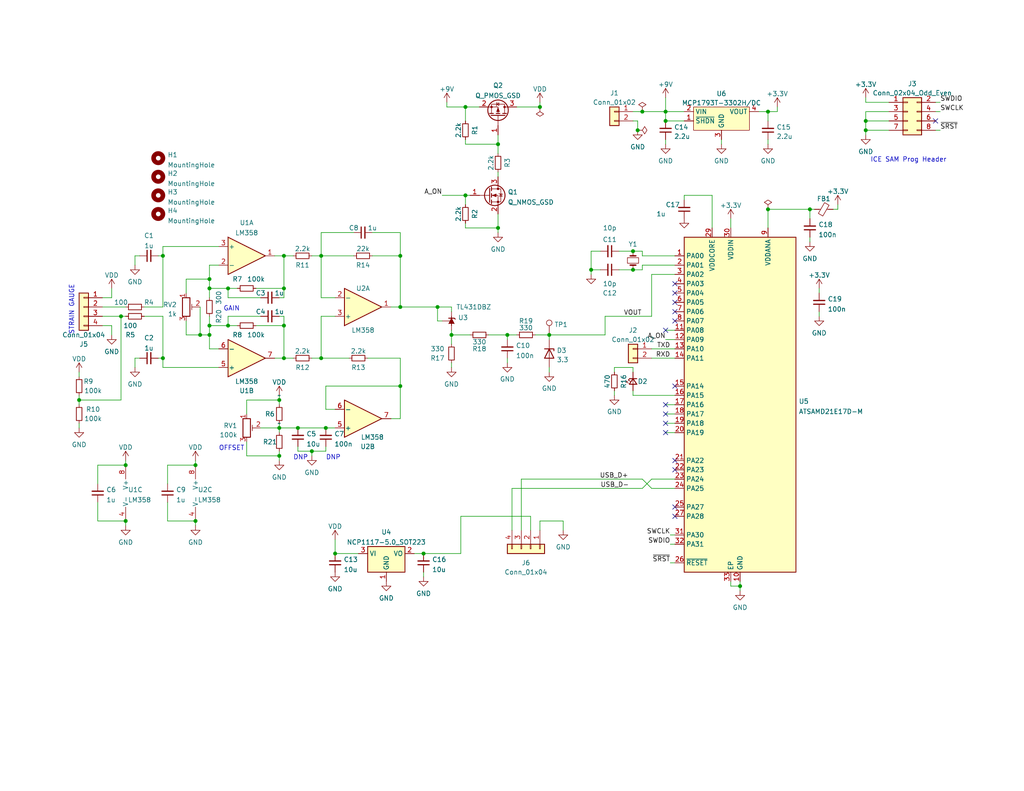
<source format=kicad_sch>
(kicad_sch (version 20230121) (generator eeschema)
  (paper "USLetter")
  (title_block (title "Depth Sensor with Battery") (date "2022-04-06") (rev "1") (company "EWB-SFP") (comment 1 "Hans Gaensbauer"))
  (lib_symbols
    (symbol "Amplifier_Operational:LM358" (pin_names (offset 0.127))
      (property "Reference" "U" (at 0 5.08 0))
      (property "Value" "LM358" (at 0 -5.08 0))
      (symbol "LM358_1_1"
        (pin output line (at 7.62 0 180) (length 2.54) (name "~") (number "1"))
        (pin input line (at -7.62 -2.54 0) (length 2.54) (name "-") (number "2"))
        (pin input line (at -7.62 2.54 0) (length 2.54) (name "+") (number "3"))
      )
      (symbol "LM358_2_1"
        (pin input line (at -7.62 2.54 0) (length 2.54) (name "+") (number "5"))
        (pin input line (at -7.62 -2.54 0) (length 2.54) (name "-") (number "6"))
        (pin output line (at 7.62 0 180) (length 2.54) (name "~") (number "7"))
      )
      (symbol "LM358_3_1"
        (pin power_in line (at -2.54 -7.62 90) (length 3.81) (name "V-") (number "4"))
        (pin power_in line (at -2.54 7.62 270) (length 3.81) (name "V+") (number "8"))
      )
    )
    (symbol "Connector:TestPoint" (pin_numbers hide) (pin_names (offset 0.762) hide)
      (property "Reference" "TP" (at 0 6.858 0))
      (property "Value" "TestPoint" (at 0 5.08 0))
      (symbol "TestPoint_1_1"
        (pin passive line (at 0 0 90) (length 2.54) (name "1") (number "1"))
      )
    )
    (symbol "Connector_Generic:Conn_01x02" (pin_names (offset 1.016) hide)
      (property "Reference" "J" (at 0 2.54 0))
      (property "Value" "Conn_01x02" (at 0 -5.08 0))
      (symbol "Conn_01x02_1_1"
        (pin passive line (at -5.08 0 0) (length 3.81) (name "Pin_1") (number "1"))
        (pin passive line (at -5.08 -2.54 0) (length 3.81) (name "Pin_2") (number "2"))
      )
    )
    (symbol "Connector_Generic:Conn_01x04" (pin_names (offset 1.016) hide)
      (property "Reference" "J" (at 0 5.08 0))
      (property "Value" "Conn_01x04" (at 0 -7.62 0))
      (symbol "Conn_01x04_1_1"
        (pin passive line (at -5.08 2.54 0) (length 3.81) (name "Pin_1") (number "1"))
        (pin passive line (at -5.08 0 0) (length 3.81) (name "Pin_2") (number "2"))
        (pin passive line (at -5.08 -2.54 0) (length 3.81) (name "Pin_3") (number "3"))
        (pin passive line (at -5.08 -5.08 0) (length 3.81) (name "Pin_4") (number "4"))
      )
    )
    (symbol "Connector_Generic:Conn_02x04_Odd_Even" (pin_names (offset 1.016) hide)
      (property "Reference" "J" (at 1.27 5.08 0))
      (property "Value" "Conn_02x04_Odd_Even" (at 1.27 -7.62 0))
      (symbol "Conn_02x04_Odd_Even_1_1"
        (pin passive line (at -5.08 2.54 0) (length 3.81) (name "Pin_1") (number "1"))
        (pin passive line (at 7.62 2.54 180) (length 3.81) (name "Pin_2") (number "2"))
        (pin passive line (at -5.08 0 0) (length 3.81) (name "Pin_3") (number "3"))
        (pin passive line (at 7.62 0 180) (length 3.81) (name "Pin_4") (number "4"))
        (pin passive line (at -5.08 -2.54 0) (length 3.81) (name "Pin_5") (number "5"))
        (pin passive line (at 7.62 -2.54 180) (length 3.81) (name "Pin_6") (number "6"))
        (pin passive line (at -5.08 -5.08 0) (length 3.81) (name "Pin_7") (number "7"))
        (pin passive line (at 7.62 -5.08 180) (length 3.81) (name "Pin_8") (number "8"))
      )
    )
    (symbol "Device:C_Small" (pin_numbers hide) (pin_names (offset 0.254) hide)
      (property "Reference" "C" (at 0.254 1.778 0))
      (property "Value" "C_Small" (at 0.254 -2.032 0))
      (symbol "C_Small_1_1"
        (pin passive line (at 0 2.54 270) (length 2.032) (name "~") (number "1"))
        (pin passive line (at 0 -2.54 90) (length 2.032) (name "~") (number "2"))
      )
    )
    (symbol "Device:Crystal_Small" (pin_numbers hide) (pin_names (offset 1.016) hide)
      (property "Reference" "Y" (at 0 2.54 0))
      (property "Value" "Crystal_Small" (at 0 -2.54 0))
      (symbol "Crystal_Small_1_1"
        (pin passive line (at -2.54 0 0) (length 1.27) (name "1") (number "1"))
        (pin passive line (at 2.54 0 180) (length 1.27) (name "2") (number "2"))
      )
    )
    (symbol "Device:D_Zener" (pin_numbers hide) (pin_names (offset 1.016) hide)
      (property "Reference" "D" (at 0 2.54 0))
      (property "Value" "D_Zener" (at 0 -2.54 0))
      (symbol "D_Zener_1_1"
        (pin passive line (at -3.81 0 0) (length 2.54) (name "K") (number "1"))
        (pin passive line (at 3.81 0 180) (length 2.54) (name "A") (number "2"))
      )
    )
    (symbol "Device:FerriteBead_Small" (pin_numbers hide) (pin_names (offset 0))
      (property "Reference" "FB" (at 1.905 1.27 0))
      (property "Value" "FerriteBead_Small" (at 1.905 -1.27 0))
      (symbol "FerriteBead_Small_1_1"
        (pin passive line (at 0 2.54 270) (length 1.27) (name "~") (number "1"))
        (pin passive line (at 0 -2.54 90) (length 1.27) (name "~") (number "2"))
      )
    )
    (symbol "Device:LED_Small" (pin_numbers hide) (pin_names (offset 0.254) hide)
      (property "Reference" "D" (at -1.27 3.175 0))
      (property "Value" "LED_Small" (at -4.445 -2.54 0))
      (symbol "LED_Small_1_1"
        (pin passive line (at -2.54 0 0) (length 1.778) (name "K") (number "1"))
        (pin passive line (at 2.54 0 180) (length 1.778) (name "A") (number "2"))
      )
    )
    (symbol "Device:Q_NMOS_GSD" (pin_names (offset 0) hide)
      (property "Reference" "Q" (at 5.08 1.27 0))
      (property "Value" "Q_NMOS_GSD" (at 5.08 -1.27 0))
      (symbol "Q_NMOS_GSD_1_1"
        (pin input line (at -5.08 0 0) (length 2.54) (name "G") (number "1"))
        (pin passive line (at 2.54 -5.08 90) (length 2.54) (name "S") (number "2"))
        (pin passive line (at 2.54 5.08 270) (length 2.54) (name "D") (number "3"))
      )
    )
    (symbol "Device:Q_PMOS_GSD" (pin_names (offset 0) hide)
      (property "Reference" "Q" (at 5.08 1.27 0))
      (property "Value" "Q_PMOS_GSD" (at 5.08 -1.27 0))
      (symbol "Q_PMOS_GSD_1_1"
        (pin input line (at -5.08 0 0) (length 2.54) (name "G") (number "1"))
        (pin passive line (at 2.54 -5.08 90) (length 2.54) (name "S") (number "2"))
        (pin passive line (at 2.54 5.08 270) (length 2.54) (name "D") (number "3"))
      )
    )
    (symbol "Device:R_Potentiometer_Trim" (pin_names (offset 1.016) hide)
      (property "Reference" "RV" (at -4.445 0 90))
      (property "Value" "R_Potentiometer_Trim" (at -2.54 0 90))
      (symbol "R_Potentiometer_Trim_1_1"
        (pin passive line (at 0 3.81 270) (length 1.27) (name "1") (number "1"))
        (pin passive line (at 3.81 0 180) (length 1.27) (name "2") (number "2"))
        (pin passive line (at 0 -3.81 90) (length 1.27) (name "3") (number "3"))
      )
    )
    (symbol "Device:R_Small" (pin_numbers hide) (pin_names (offset 0.254) hide)
      (property "Reference" "R" (at 0.762 0.508 0))
      (property "Value" "R_Small" (at 0.762 -1.016 0))
      (symbol "R_Small_1_1"
        (pin passive line (at 0 2.54 270) (length 0.762) (name "~") (number "1"))
        (pin passive line (at 0 -2.54 90) (length 0.762) (name "~") (number "2"))
      )
    )
    (symbol "MCU_Microchip_SAMD:ATSAMD21E17D-M"
      (property "Reference" "U" (at -13.97 46.99 0))
      (property "Value" "ATSAMD21E17D-M" (at 16.51 46.99 0))
      (symbol "ATSAMD21E17D-M_1_1"
        (pin bidirectional line (at -17.78 40.64 0) (length 2.54) (name "PA00") (number "1"))
        (pin power_in line (at 0 -48.26 90) (length 2.54) (name "GND") (number "10"))
        (pin bidirectional line (at -17.78 20.32 0) (length 2.54) (name "PA08") (number "11"))
        (pin bidirectional line (at -17.78 17.78 0) (length 2.54) (name "PA09") (number "12"))
        (pin bidirectional line (at -17.78 15.24 0) (length 2.54) (name "PA10") (number "13"))
        (pin bidirectional line (at -17.78 12.7 0) (length 2.54) (name "PA11") (number "14"))
        (pin bidirectional line (at -17.78 5.08 0) (length 2.54) (name "PA14") (number "15"))
        (pin bidirectional line (at -17.78 2.54 0) (length 2.54) (name "PA15") (number "16"))
        (pin bidirectional line (at -17.78 0 0) (length 2.54) (name "PA16") (number "17"))
        (pin bidirectional line (at -17.78 -2.54 0) (length 2.54) (name "PA17") (number "18"))
        (pin bidirectional line (at -17.78 -5.08 0) (length 2.54) (name "PA18") (number "19"))
        (pin bidirectional line (at -17.78 38.1 0) (length 2.54) (name "PA01") (number "2"))
        (pin bidirectional line (at -17.78 -7.62 0) (length 2.54) (name "PA19") (number "20"))
        (pin bidirectional line (at -17.78 -15.24 0) (length 2.54) (name "PA22") (number "21"))
        (pin bidirectional line (at -17.78 -17.78 0) (length 2.54) (name "PA23") (number "22"))
        (pin bidirectional line (at -17.78 -20.32 0) (length 2.54) (name "PA24") (number "23"))
        (pin bidirectional line (at -17.78 -22.86 0) (length 2.54) (name "PA25") (number "24"))
        (pin bidirectional line (at -17.78 -27.94 0) (length 2.54) (name "PA27") (number "25"))
        (pin input line (at -17.78 -43.18 0) (length 2.54) (name "~{RESET}") (number "26"))
        (pin bidirectional line (at -17.78 -30.48 0) (length 2.54) (name "PA28") (number "27"))
        (pin passive line (at 0 -48.26 90) (length 2.54) hide (name "GND") (number "28"))
        (pin power_out line (at -7.62 48.26 270) (length 2.54) (name "VDDCORE") (number "29"))
        (pin bidirectional line (at -17.78 35.56 0) (length 2.54) (name "PA02") (number "3"))
        (pin power_in line (at -2.54 48.26 270) (length 2.54) (name "VDDIN") (number "30"))
        (pin bidirectional line (at -17.78 -35.56 0) (length 2.54) (name "PA30") (number "31"))
        (pin bidirectional line (at -17.78 -38.1 0) (length 2.54) (name "PA31") (number "32"))
        (pin passive line (at -2.54 -48.26 90) (length 2.54) (name "EP") (number "33"))
        (pin bidirectional line (at -17.78 33.02 0) (length 2.54) (name "PA03") (number "4"))
        (pin bidirectional line (at -17.78 30.48 0) (length 2.54) (name "PA04") (number "5"))
        (pin bidirectional line (at -17.78 27.94 0) (length 2.54) (name "PA05") (number "6"))
        (pin bidirectional line (at -17.78 25.4 0) (length 2.54) (name "PA06") (number "7"))
        (pin bidirectional line (at -17.78 22.86 0) (length 2.54) (name "PA07") (number "8"))
        (pin power_in line (at 7.62 48.26 270) (length 2.54) (name "VDDANA") (number "9"))
      )
    )
    (symbol "Mechanical:MountingHole" (pin_names (offset 1.016))
      (property "Reference" "H" (at 0 5.08 0))
      (property "Value" "MountingHole" (at 0 3.175 0))
    )
    (symbol "Reference_Voltage:TL431DBZ" (pin_numbers hide) (pin_names hide)
      (property "Reference" "U" (at -2.54 2.54 0))
      (property "Value" "TL431DBZ" (at 0 -2.54 0))
      (symbol "TL431DBZ_1_1"
        (pin passive line (at 2.54 0 180) (length 2.54) (name "K") (number "1"))
        (pin passive line (at 0 2.54 270) (length 2.54) (name "REF") (number "2"))
        (pin passive line (at -2.54 0 0) (length 2.54) (name "A") (number "3"))
      )
    )
    (symbol "Regulator_Linear:NCP1117-5.0_SOT223"
      (property "Reference" "U" (at -3.81 3.175 0))
      (property "Value" "NCP1117-5.0_SOT223" (at 0 3.175 0))
      (symbol "NCP1117-5.0_SOT223_1_1"
        (pin power_in line (at 0 -7.62 90) (length 2.54) (name "GND") (number "1"))
        (pin power_out line (at 7.62 0 180) (length 2.54) (name "VO") (number "2"))
        (pin power_in line (at -7.62 0 0) (length 2.54) (name "VI") (number "3"))
      )
    )
    (symbol "power:+3.3V" (power) (pin_names (offset 0))
      (property "Value" "+3.3V" (at 0 3.556 0))
      (symbol "+3.3V_1_1"
        (pin power_in line (at 0 0 90) (length 0) hide (name "+3.3V") (number "1"))
      )
    )
    (symbol "power:+9V" (power) (pin_names (offset 0))
      (property "Value" "+9V" (at 0 3.556 0))
      (symbol "+9V_1_1"
        (pin power_in line (at 0 0 90) (length 0) hide (name "+9V") (number "1"))
      )
    )
    (symbol "power:GND" (power) (pin_names (offset 0))
      (property "Value" "GND" (at 0 -3.81 0))
      (symbol "GND_1_1"
        (pin power_in line (at 0 0 270) (length 0) hide (name "GND") (number "1"))
      )
    )
    (symbol "power:PWR_FLAG" (power) (pin_numbers hide) (pin_names (offset 0) hide)
      (property "Value" "PWR_FLAG" (at 0 3.81 0))
      (symbol "PWR_FLAG_0_0"
        (pin power_out line (at 0 0 90) (length 0) (name "pwr") (number "1"))
      )
    )
    (symbol "power:VDD" (power) (pin_names (offset 0))
      (property "Value" "VDD" (at 0 3.81 0))
      (symbol "VDD_1_1"
        (pin power_in line (at 0 0 90) (length 0) hide (name "VDD") (number "1"))
      )
    )
    (symbol "well-monitor:MCP1793T-3302H-DC"
      (property "Reference" "U6" (at 0 6.189 0))
      (property "Value" "MCP1793T-3302H-DC" (at 0 3.6521 0))
      (symbol "MCP1793T-3302H-DC_1_1"
        (pin input line (at -10.16 -1.27 0) (length 2.54) (name "~{SHDN}") (number "1"))
        (pin power_in line (at -10.16 1.27 0) (length 2.54) (name "VIN") (number "2"))
        (pin power_in line (at 0 -6.35 90) (length 2.54) (name "GND") (number "3"))
        (pin power_out line (at 10.16 1.27 180) (length 2.54) (name "VOUT") (number "4"))
        (pin no_connect line (at 2.54 -1.27 180) (length 0) hide (name "NC") (number "5"))
        (pin power_in line (at 0 -6.35 180) (length 0) hide (name "GND") (number "6"))
      )
    )
  )
  (junction (at 53.34 142.24))
  (junction (at 127 29.21))
  (junction (at 236.22 35.56))
  (junction (at 123.19 91.44))
  (junction (at 76.2 116.84))
  (junction (at 109.22 83.82))
  (junction (at 181.61 33.02))
  (junction (at 209.55 30.48))
  (junction (at 161.29 73.66))
  (junction (at 119.38 83.82))
  (junction (at 91.44 151.13))
  (junction (at 147.32 29.21))
  (junction (at 76.2 124.46))
  (junction (at 115.57 151.13))
  (junction (at 88.9 116.84))
  (junction (at 77.47 69.85))
  (junction (at 87.63 97.79))
  (junction (at 209.55 57.15))
  (junction (at 77.47 88.9))
  (junction (at 77.47 97.79))
  (junction (at 57.15 88.9))
  (junction (at 62.23 88.9))
  (junction (at 87.63 69.85))
  (junction (at 57.15 78.74))
  (junction (at 172.72 73.66))
  (junction (at 44.45 97.79))
  (junction (at 44.45 69.85))
  (junction (at 34.29 127))
  (junction (at 54.61 91.44))
  (junction (at 76.2 109.22))
  (junction (at 33.02 86.36))
  (junction (at 109.22 105.41))
  (junction (at 34.29 142.24))
  (junction (at 62.23 78.74))
  (junction (at 127 53.34))
  (junction (at 236.22 33.02))
  (junction (at 57.15 76.2))
  (junction (at 201.93 160.02))
  (junction (at 21.59 109.22))
  (junction (at 135.89 39.37))
  (junction (at 175.26 30.48))
  (junction (at 138.43 91.44))
  (junction (at 81.28 116.84))
  (junction (at 149.86 91.44))
  (junction (at 57.15 91.44))
  (junction (at 85.09 123.19))
  (junction (at 220.98 57.15))
  (junction (at 172.72 68.58))
  (junction (at 173.99 35.56))
  (junction (at 109.22 69.85))
  (junction (at 181.61 30.48))
  (junction (at 77.47 78.74))
  (junction (at 135.89 62.23))
  (junction (at 53.34 127))
  (no_connect (at 255.27 33.02))
  (no_connect (at 184.15 87.63))
  (no_connect (at 184.15 128.27))
  (no_connect (at 184.15 85.09))
  (no_connect (at 181.61 90.17))
  (no_connect (at 184.15 77.47))
  (no_connect (at 184.15 105.41))
  (no_connect (at 181.61 115.57))
  (no_connect (at 184.15 140.97))
  (no_connect (at 184.15 138.43))
  (no_connect (at 181.61 118.11))
  (no_connect (at 184.15 125.73))
  (no_connect (at 181.61 113.03))
  (no_connect (at 184.15 82.55))
  (no_connect (at 181.61 110.49))
  (no_connect (at 184.15 80.01))
  (wire (pts (xy 57.15 88.9) (xy 57.15 91.44)))
  (wire (pts (xy 53.34 125.73) (xy 53.34 127)))
  (wire (pts (xy 255.27 27.94) (xy 256.54 27.94)))
  (wire (pts (xy 21.59 109.22) (xy 21.59 110.49)))
  (wire (pts (xy 161.29 73.66) (xy 161.29 74.93)))
  (wire (pts (xy 123.19 91.44) (xy 123.19 93.98)))
  (wire (pts (xy 87.63 97.79) (xy 85.09 97.79)))
  (wire (pts (xy 53.34 127) (xy 45.72 127)))
  (wire (pts (xy 167.64 100.33) (xy 167.64 101.6)))
  (wire (pts (xy 133.35 91.44) (xy 138.43 91.44)))
  (wire (pts (xy 125.73 140.97) (xy 144.78 140.97)))
  (wire (pts (xy 44.45 69.85) (xy 44.45 83.82)))
  (wire (pts (xy 181.61 30.48) (xy 186.69 30.48)))
  (wire (pts (xy 236.22 33.02) (xy 236.22 35.56)))
  (wire (pts (xy 87.63 69.85) (xy 85.09 69.85)))
  (wire (pts (xy 76.2 116.84) (xy 76.2 115.57)))
  (wire (pts (xy 34.29 127) (xy 26.67 127)))
  (wire (pts (xy 43.18 69.85) (xy 44.45 69.85)))
  (wire (pts (xy 121.92 29.21) (xy 127 29.21)))
  (wire (pts (xy 125.73 140.97) (xy 125.73 151.13)))
  (wire (pts (xy 77.47 88.9) (xy 77.47 97.79)))
  (wire (pts (xy 153.67 142.24) (xy 147.32 142.24)))
  (wire (pts (xy 172.72 101.6) (xy 172.72 100.33)))
  (wire (pts (xy 173.99 33.02) (xy 172.72 33.02)))
  (wire (pts (xy 50.8 87.63) (xy 50.8 91.44)))
  (wire (pts (xy 181.61 115.57) (xy 184.15 115.57)))
  (wire (pts (xy 87.63 81.28) (xy 87.63 69.85)))
  (wire (pts (xy 81.28 121.92) (xy 81.28 123.19)))
  (wire (pts (xy 172.72 100.33) (xy 167.64 100.33)))
  (wire (pts (xy 21.59 101.6) (xy 21.59 102.87)))
  (wire (pts (xy 62.23 86.36) (xy 62.23 88.9)))
  (wire (pts (xy 123.19 91.44) (xy 123.19 90.17)))
  (wire (pts (xy 127 38.1) (xy 127 39.37)))
  (wire (pts (xy 175.26 73.66) (xy 175.26 72.39)))
  (wire (pts (xy 194.31 62.23) (xy 194.31 53.34)))
  (wire (pts (xy 77.47 97.79) (xy 74.93 97.79)))
  (wire (pts (xy 181.61 26.67) (xy 181.61 30.48)))
  (wire (pts (xy 199.39 160.02) (xy 199.39 158.75)))
  (wire (pts (xy 26.67 127) (xy 26.67 132.08)))
  (wire (pts (xy 77.47 86.36) (xy 77.47 88.9)))
  (wire (pts (xy 109.22 83.82) (xy 106.68 83.82)))
  (wire (pts (xy 43.18 97.79) (xy 44.45 97.79)))
  (wire (pts (xy 242.57 30.48) (xy 236.22 30.48)))
  (wire (pts (xy 76.2 86.36) (xy 77.47 86.36)))
  (wire (pts (xy 85.09 123.19) (xy 85.09 124.46)))
  (wire (pts (xy 57.15 91.44) (xy 57.15 95.25)))
  (wire (pts (xy 128.27 53.34) (xy 127 53.34)))
  (wire (pts (xy 172.72 73.66) (xy 175.26 73.66)))
  (wire (pts (xy 165.1 91.44) (xy 165.1 86.36)))
  (wire (pts (xy 139.7 133.35) (xy 175.26 133.35)))
  (wire (pts (xy 57.15 72.39) (xy 59.69 72.39)))
  (wire (pts (xy 209.55 30.48) (xy 212.09 30.48)))
  (wire (pts (xy 67.31 124.46) (xy 67.31 120.65)))
  (wire (pts (xy 177.8 97.79) (xy 184.15 97.79)))
  (wire (pts (xy 44.45 67.31) (xy 59.69 67.31)))
  (wire (pts (xy 135.89 39.37) (xy 135.89 36.83)))
  (wire (pts (xy 77.47 78.74) (xy 77.47 69.85)))
  (wire (pts (xy 168.91 73.66) (xy 172.72 73.66)))
  (wire (pts (xy 175.26 72.39) (xy 184.15 72.39)))
  (wire (pts (xy 147.32 27.94) (xy 147.32 29.21)))
  (wire (pts (xy 100.33 97.79) (xy 109.22 97.79)))
  (wire (pts (xy 161.29 73.66) (xy 163.83 73.66)))
  (wire (pts (xy 222.25 57.15) (xy 220.98 57.15)))
  (wire (pts (xy 255.27 30.48) (xy 256.54 30.48)))
  (wire (pts (xy 76.2 109.22) (xy 76.2 110.49)))
  (wire (pts (xy 69.85 78.74) (xy 77.47 78.74)))
  (wire (pts (xy 163.83 68.58) (xy 161.29 68.58)))
  (wire (pts (xy 177.8 74.93) (xy 184.15 74.93)))
  (wire (pts (xy 27.94 86.36) (xy 33.02 86.36)))
  (wire (pts (xy 109.22 105.41) (xy 109.22 114.3)))
  (wire (pts (xy 127 62.23) (xy 135.89 62.23)))
  (wire (pts (xy 181.61 33.02) (xy 186.69 33.02)))
  (wire (pts (xy 228.6 55.88) (xy 228.6 57.15)))
  (wire (pts (xy 76.2 81.28) (xy 77.47 81.28)))
  (wire (pts (xy 36.83 72.39) (xy 36.83 69.85)))
  (wire (pts (xy 139.7 133.35) (xy 139.7 144.78)))
  (wire (pts (xy 57.15 86.36) (xy 57.15 88.9)))
  (wire (pts (xy 69.85 88.9) (xy 77.47 88.9)))
  (wire (pts (xy 172.72 30.48) (xy 175.26 30.48)))
  (wire (pts (xy 153.67 144.78) (xy 153.67 142.24)))
  (wire (pts (xy 57.15 95.25) (xy 59.69 95.25)))
  (wire (pts (xy 236.22 26.67) (xy 236.22 27.94)))
  (wire (pts (xy 62.23 78.74) (xy 57.15 78.74)))
  (wire (pts (xy 182.88 146.05) (xy 184.15 146.05)))
  (wire (pts (xy 34.29 142.24) (xy 34.29 143.51)))
  (wire (pts (xy 30.48 78.74) (xy 30.48 81.28)))
  (wire (pts (xy 85.09 123.19) (xy 88.9 123.19)))
  (wire (pts (xy 44.45 67.31) (xy 44.45 69.85)))
  (wire (pts (xy 87.63 86.36) (xy 87.63 97.79)))
  (wire (pts (xy 88.9 111.76) (xy 88.9 105.41)))
  (wire (pts (xy 21.59 109.22) (xy 33.02 109.22)))
  (wire (pts (xy 91.44 86.36) (xy 87.63 86.36)))
  (wire (pts (xy 223.52 85.09) (xy 223.52 86.36)))
  (wire (pts (xy 21.59 115.57) (xy 21.59 116.84)))
  (wire (pts (xy 34.29 125.73) (xy 34.29 127)))
  (wire (pts (xy 96.52 63.5) (xy 87.63 63.5)))
  (wire (pts (xy 87.63 63.5) (xy 87.63 69.85)))
  (wire (pts (xy 165.1 86.36) (xy 177.8 86.36)))
  (wire (pts (xy 53.34 142.24) (xy 45.72 142.24)))
  (wire (pts (xy 201.93 161.29) (xy 201.93 160.02)))
  (wire (pts (xy 177.8 130.81) (xy 184.15 130.81)))
  (wire (pts (xy 39.37 83.82) (xy 44.45 83.82)))
  (wire (pts (xy 236.22 35.56) (xy 236.22 36.83)))
  (wire (pts (xy 181.61 33.02) (xy 181.61 30.48)))
  (wire (pts (xy 149.86 91.44) (xy 165.1 91.44)))
  (wire (pts (xy 76.2 109.22) (xy 67.31 109.22)))
  (wire (pts (xy 77.47 81.28) (xy 77.47 78.74)))
  (wire (pts (xy 53.34 142.24) (xy 53.34 143.51)))
  (wire (pts (xy 71.12 81.28) (xy 62.23 81.28)))
  (wire (pts (xy 71.12 116.84) (xy 76.2 116.84)))
  (wire (pts (xy 44.45 100.33) (xy 59.69 100.33)))
  (wire (pts (xy 127 29.21) (xy 127 33.02)))
  (wire (pts (xy 91.44 147.32) (xy 91.44 151.13)))
  (wire (pts (xy 181.61 38.1) (xy 181.61 39.37)))
  (wire (pts (xy 142.24 130.81) (xy 142.24 144.78)))
  (wire (pts (xy 138.43 91.44) (xy 140.97 91.44)))
  (wire (pts (xy 138.43 97.79) (xy 138.43 99.06)))
  (wire (pts (xy 88.9 111.76) (xy 91.44 111.76)))
  (wire (pts (xy 120.65 53.34) (xy 127 53.34)))
  (wire (pts (xy 50.8 80.01) (xy 50.8 76.2)))
  (wire (pts (xy 109.22 114.3) (xy 106.68 114.3)))
  (wire (pts (xy 109.22 97.79) (xy 109.22 105.41)))
  (wire (pts (xy 135.89 62.23) (xy 135.89 63.5)))
  (wire (pts (xy 109.22 63.5) (xy 109.22 69.85)))
  (wire (pts (xy 135.89 58.42) (xy 135.89 62.23)))
  (wire (pts (xy 123.19 85.09) (xy 123.19 83.82)))
  (wire (pts (xy 236.22 35.56) (xy 242.57 35.56)))
  (wire (pts (xy 181.61 92.71) (xy 184.15 92.71)))
  (wire (pts (xy 181.61 113.03) (xy 184.15 113.03)))
  (wire (pts (xy 38.1 97.79) (xy 36.83 97.79)))
  (wire (pts (xy 88.9 105.41) (xy 109.22 105.41)))
  (wire (pts (xy 177.8 95.25) (xy 184.15 95.25)))
  (wire (pts (xy 201.93 158.75) (xy 201.93 160.02)))
  (wire (pts (xy 146.05 91.44) (xy 149.86 91.44)))
  (wire (pts (xy 27.94 83.82) (xy 34.29 83.82)))
  (wire (pts (xy 201.93 160.02) (xy 199.39 160.02)))
  (wire (pts (xy 87.63 69.85) (xy 96.52 69.85)))
  (wire (pts (xy 186.69 53.34) (xy 186.69 54.61)))
  (wire (pts (xy 123.19 91.44) (xy 128.27 91.44)))
  (wire (pts (xy 175.26 30.48) (xy 181.61 30.48)))
  (wire (pts (xy 113.03 151.13) (xy 115.57 151.13)))
  (wire (pts (xy 26.67 142.24) (xy 26.67 137.16)))
  (wire (pts (xy 167.64 106.68) (xy 167.64 107.95)))
  (wire (pts (xy 209.55 30.48) (xy 209.55 33.02)))
  (wire (pts (xy 127 62.23) (xy 127 60.96)))
  (wire (pts (xy 175.26 130.81) (xy 177.8 133.35)))
  (wire (pts (xy 149.86 100.33) (xy 149.86 101.6)))
  (wire (pts (xy 101.6 63.5) (xy 109.22 63.5)))
  (wire (pts (xy 173.99 35.56) (xy 173.99 33.02)))
  (wire (pts (xy 220.98 57.15) (xy 209.55 57.15)))
  (wire (pts (xy 236.22 30.48) (xy 236.22 33.02)))
  (wire (pts (xy 207.01 30.48) (xy 209.55 30.48)))
  (wire (pts (xy 76.2 107.95) (xy 76.2 109.22)))
  (wire (pts (xy 228.6 57.15) (xy 227.33 57.15)))
  (wire (pts (xy 142.24 130.81) (xy 175.26 130.81)))
  (wire (pts (xy 181.61 90.17) (xy 184.15 90.17)))
  (wire (pts (xy 223.52 78.74) (xy 223.52 80.01)))
  (wire (pts (xy 76.2 116.84) (xy 81.28 116.84)))
  (wire (pts (xy 123.19 99.06) (xy 123.19 100.33)))
  (wire (pts (xy 71.12 86.36) (xy 62.23 86.36)))
  (wire (pts (xy 115.57 156.21) (xy 115.57 157.48)))
  (wire (pts (xy 45.72 127) (xy 45.72 132.08)))
  (wire (pts (xy 64.77 88.9) (xy 62.23 88.9)))
  (wire (pts (xy 127 39.37) (xy 135.89 39.37)))
  (wire (pts (xy 209.55 57.15) (xy 209.55 62.23)))
  (wire (pts (xy 172.72 106.68) (xy 172.72 107.95)))
  (wire (pts (xy 76.2 124.46) (xy 67.31 124.46)))
  (wire (pts (xy 76.2 118.11) (xy 76.2 116.84)))
  (wire (pts (xy 236.22 33.02) (xy 242.57 33.02)))
  (wire (pts (xy 57.15 76.2) (xy 57.15 72.39)))
  (wire (pts (xy 44.45 86.36) (xy 44.45 97.79)))
  (wire (pts (xy 138.43 91.44) (xy 138.43 92.71)))
  (wire (pts (xy 130.81 29.21) (xy 127 29.21)))
  (wire (pts (xy 27.94 81.28) (xy 30.48 81.28)))
  (wire (pts (xy 33.02 109.22) (xy 33.02 86.36)))
  (wire (pts (xy 36.83 97.79) (xy 36.83 100.33)))
  (wire (pts (xy 91.44 81.28) (xy 87.63 81.28)))
  (wire (pts (xy 45.72 142.24) (xy 45.72 137.16)))
  (wire (pts (xy 140.97 29.21) (xy 147.32 29.21)))
  (wire (pts (xy 81.28 123.19) (xy 85.09 123.19)))
  (wire (pts (xy 91.44 151.13) (xy 97.79 151.13)))
  (wire (pts (xy 184.15 69.85) (xy 175.26 69.85)))
  (wire (pts (xy 30.48 88.9) (xy 30.48 91.44)))
  (wire (pts (xy 149.86 91.44) (xy 149.86 92.71)))
  (wire (pts (xy 77.47 69.85) (xy 74.93 69.85)))
  (wire (pts (xy 115.57 151.13) (xy 125.73 151.13)))
  (wire (pts (xy 50.8 91.44) (xy 54.61 91.44)))
  (wire (pts (xy 54.61 91.44) (xy 57.15 91.44)))
  (wire (pts (xy 119.38 87.63) (xy 120.65 87.63)))
  (wire (pts (xy 181.61 118.11) (xy 184.15 118.11)))
  (wire (pts (xy 161.29 68.58) (xy 161.29 73.66)))
  (wire (pts (xy 64.77 78.74) (xy 62.23 78.74)))
  (wire (pts (xy 182.88 153.67) (xy 184.15 153.67)))
  (wire (pts (xy 67.31 109.22) (xy 67.31 113.03)))
  (wire (pts (xy 34.29 142.24) (xy 26.67 142.24)))
  (wire (pts (xy 181.61 110.49) (xy 184.15 110.49)))
  (wire (pts (xy 54.61 83.82) (xy 54.61 91.44)))
  (wire (pts (xy 109.22 69.85) (xy 109.22 83.82)))
  (wire (pts (xy 76.2 125.73) (xy 76.2 124.46)))
  (wire (pts (xy 44.45 97.79) (xy 44.45 100.33)))
  (wire (pts (xy 194.31 53.34) (xy 186.69 53.34)))
  (wire (pts (xy 196.85 38.1) (xy 196.85 39.37)))
  (wire (pts (xy 199.39 59.69) (xy 199.39 62.23)))
  (wire (pts (xy 50.8 76.2) (xy 57.15 76.2)))
  (wire (pts (xy 39.37 86.36) (xy 44.45 86.36)))
  (wire (pts (xy 135.89 39.37) (xy 135.89 41.91)))
  (wire (pts (xy 135.89 46.99) (xy 135.89 48.26)))
  (wire (pts (xy 81.28 116.84) (xy 88.9 116.84)))
  (wire (pts (xy 212.09 29.21) (xy 212.09 30.48)))
  (wire (pts (xy 36.83 69.85) (xy 38.1 69.85)))
  (wire (pts (xy 101.6 69.85) (xy 109.22 69.85)))
  (wire (pts (xy 88.9 116.84) (xy 91.44 116.84)))
  (wire (pts (xy 255.27 35.56) (xy 256.54 35.56)))
  (wire (pts (xy 177.8 130.81) (xy 175.26 133.35)))
  (wire (pts (xy 220.98 64.77) (xy 220.98 66.04)))
  (wire (pts (xy 57.15 78.74) (xy 57.15 76.2)))
  (wire (pts (xy 121.92 27.94) (xy 121.92 29.21)))
  (wire (pts (xy 172.72 107.95) (xy 184.15 107.95)))
  (wire (pts (xy 209.55 38.1) (xy 209.55 39.37)))
  (wire (pts (xy 62.23 88.9) (xy 57.15 88.9)))
  (wire (pts (xy 88.9 123.19) (xy 88.9 121.92)))
  (wire (pts (xy 77.47 97.79) (xy 80.01 97.79)))
  (wire (pts (xy 172.72 68.58) (xy 175.26 68.58)))
  (wire (pts (xy 177.8 74.93) (xy 177.8 86.36)))
  (wire (pts (xy 27.94 88.9) (xy 30.48 88.9)))
  (wire (pts (xy 21.59 107.95) (xy 21.59 109.22)))
  (wire (pts (xy 175.26 69.85) (xy 175.26 68.58)))
  (wire (pts (xy 182.88 148.59) (xy 184.15 148.59)))
  (wire (pts (xy 76.2 124.46) (xy 76.2 123.19)))
  (wire (pts (xy 57.15 78.74) (xy 57.15 81.28)))
  (wire (pts (xy 109.22 83.82) (xy 119.38 83.82)))
  (wire (pts (xy 127 53.34) (xy 127 55.88)))
  (wire (pts (xy 123.19 83.82) (xy 119.38 83.82)))
  (wire (pts (xy 177.8 133.35) (xy 184.15 133.35)))
  (wire (pts (xy 168.91 68.58) (xy 172.72 68.58)))
  (wire (pts (xy 62.23 81.28) (xy 62.23 78.74)))
  (wire (pts (xy 77.47 69.85) (xy 80.01 69.85)))
  (wire (pts (xy 147.32 142.24) (xy 147.32 144.78)))
  (wire (pts (xy 119.38 83.82) (xy 119.38 87.63)))
  (wire (pts (xy 144.78 140.97) (xy 144.78 144.78)))
  (wire (pts (xy 33.02 86.36) (xy 34.29 86.36)))
  (wire (pts (xy 87.63 97.79) (xy 95.25 97.79)))
  (wire (pts (xy 220.98 57.15) (xy 220.98 59.69)))
  (wire (pts (xy 242.57 27.94) (xy 236.22 27.94)))
  (text "GAIN" (at 60.96 85.09 0) (effects (font (size 1.27 1.27)) (justify left bottom)))
  (text "OFFSET" (at 59.69 123.19 0) (effects (font (size 1.27 1.27)) (justify left bottom)))
  (text "DNP" (at 88.9 125.73 0) (effects (font (size 1.27 1.27)) (justify left bottom)))
  (text "STRAIN GAUGE" (at 20.32 91.44 90) (effects (font (size 1.27 1.27)) (justify left bottom)))
  (text "DNP" (at 80.01 125.73 0) (effects (font (size 1.27 1.27)) (justify left bottom)))
  (text "ICE SAM Prog Header" (at 237.49 44.45 0) (effects (font (size 1.27 1.27)) (justify left bottom)))
  (label "A_ON" (at 120.65 53.34 180))
  (label "SWCLK" (at 256.54 30.48 0))
  (label "SWCLK" (at 182.88 146.05 180))
  (label "TXD" (at 182.88 95.25 180))
  (label "SWDIO" (at 256.54 27.94 0))
  (label "USB_D+" (at 171.45 130.81 180))
  (label "~{SRST}" (at 256.54 35.56 0))
  (label "SWDIO" (at 182.88 148.59 180))
  (label "~{SRST}" (at 182.88 153.67 180))
  (label "A_ON" (at 181.61 92.71 180))
  (label "VOUT" (at 170.18 86.36 0))
  (label "USB_D-" (at 163.83 133.35 0))
  (label "RXD" (at 182.88 97.79 180))
  (symbol (lib_id "Device:R_Small") (at 21.59 105.41 180) (unit 1)
    (property "Reference" "R9" (at 24.13 104.14 0))
    (property "Value" "100k" (at 25.4 106.68 0))
    (property "Footprint" "Capacitor_SMD:C_0603_1608Metric" (effects hide))
  )
  (symbol (lib_id "Device:Q_PMOS_GSD") (at 135.89 31.75 270) (mirror x) (unit 1)
    (property "Reference" "Q2" (at 135.89 23.3385 90))
    (property "Value" "Q_PMOS_GSD" (at 135.89 26.1136 90))
    (property "Footprint" "Package_TO_SOT_SMD:SOT-23" (effects hide))
  )
  (symbol (lib_id "Device:Crystal_Small") (at 172.72 71.12 90) (unit 1)
    (property "Reference" "Y1" (at 171.45 66.675 90) (effects (justify right)))
    (property "Value" "Crystal_Small" (effects hide))
    (property "Footprint" "Crystal:Crystal_SMD_MicroCrystal_CM9V-T1A-2Pin_1.6x1.0mm" (effects hide))
  )
  (symbol (lib_id "Device:C_Small") (at 138.43 95.25 180) (unit 1)
    (property "Reference" "C10" (at 140.7541 94.3351 0) (effects (justify right)))
    (property "Value" "100n" (at 140.7541 97.1102 0) (effects (justify right)))
    (property "Footprint" "Capacitor_SMD:C_0603_1608Metric" (effects hide))
  )
  (symbol (lib_id "Amplifier_Operational:LM358") (at 67.31 69.85 0) (unit 1)
    (property "Reference" "U1" (at 67.31 60.8035 0))
    (property "Value" "LM358" (at 67.31 63.5786 0))
    (property "Footprint" "Package_SO:SOP-8_3.9x4.9mm_P1.27mm" (effects hide))
    (property "Datasheet" "http://www.ti.com/lit/ds/symlink/lm2904-n.pdf" (effects hide))
  )
  (symbol (lib_id "power:VDD") (at 21.59 101.6 0) (unit 1)
    (property "Reference" "#PWR018" (effects hide))
    (property "Value" "VDD" (at 21.59 97.9955 0))
  )
  (symbol (lib_id "power:VDD") (at 34.29 125.73 0) (unit 1)
    (property "Reference" "#PWR012" (effects hide))
    (property "Value" "VDD" (at 34.29 122.1255 0))
  )
  (symbol (lib_id "Device:C_Small") (at 223.52 82.55 180) (unit 1)
    (property "Reference" "C19" (at 225.8441 81.6351 0) (effects (justify right)))
    (property "Value" "100n" (at 225.8441 84.4102 0) (effects (justify right)))
    (property "Footprint" "Capacitor_SMD:C_0603_1608Metric" (effects hide))
  )
  (symbol (lib_id "power:GND") (at 223.52 86.36 0) (unit 1)
    (property "Reference" "#PWR032" (effects hide))
    (property "Value" "GND" (at 223.52 90.9225 0))
  )
  (symbol (lib_id "Device:C_Small") (at 81.28 119.38 180) (unit 1)
    (property "Reference" "C5" (at 83.6041 118.4651 0) (effects (justify right)))
    (property "Value" "10u" (at 83.6041 121.2402 0) (effects (justify right)))
    (property "Footprint" "Capacitor_SMD:C_0603_1608Metric" (effects hide))
  )
  (symbol (lib_id "power:GND") (at 91.44 156.21 0) (mirror y) (unit 1)
    (property "Reference" "#PWR021" (effects hide))
    (property "Value" "GND" (at 91.44 160.7725 0))
  )
  (symbol (lib_id "power:GND") (at 36.83 72.39 0) (unit 1)
    (property "Reference" "#PWR06" (effects hide))
    (property "Value" "GND" (at 36.83 76.9525 0))
  )
  (symbol (lib_id "Device:C_Small") (at 99.06 63.5 90) (unit 1)
    (property "Reference" "C8" (at 96.52 62.23 90))
    (property "Value" "1u" (at 101.6 62.23 90))
    (property "Footprint" "Capacitor_SMD:C_0603_1608Metric" (effects hide))
  )
  (symbol (lib_id "Device:C_Small") (at 26.67 134.62 180) (unit 1)
    (property "Reference" "C6" (at 28.9941 133.7051 0) (effects (justify right)))
    (property "Value" "1u" (at 28.9941 136.4802 0) (effects (justify right)))
    (property "Footprint" "Capacitor_SMD:C_0603_1608Metric" (effects hide))
  )
  (symbol (lib_id "Mechanical:MountingHole") (at 43.18 43.18 0) (unit 1)
    (property "Reference" "H1" (at 45.72 42.2715 0) (effects (justify left)))
    (property "Value" "MountingHole" (at 45.72 45.0466 0) (effects (justify left)))
    (property "Footprint" "MountingHole:MountingHole_3.2mm_M3" (effects hide))
  )
  (symbol (lib_id "power:PWR_FLAG") (at 175.26 30.48 0) (mirror y) (unit 1)
    (property "Reference" "#FLG02" (effects hide))
    (property "Value" "PWR_FLAG" (effects hide))
  )
  (symbol (lib_id "power:GND") (at 135.89 63.5 0) (unit 1)
    (property "Reference" "#PWR05" (effects hide))
    (property "Value" "GND" (at 135.89 68.0625 0))
  )
  (symbol (lib_id "Mechanical:MountingHole") (at 43.18 58.42 0) (unit 1)
    (property "Reference" "H4" (at 45.72 57.5115 0) (effects (justify left)))
    (property "Value" "MountingHole" (at 45.72 60.2866 0) (effects (justify left)))
    (property "Footprint" "MountingHole:MountingHole_3.2mm_M3" (effects hide))
  )
  (symbol (lib_id "Mechanical:MountingHole") (at 43.18 53.34 0) (unit 1)
    (property "Reference" "H3" (at 45.72 52.4315 0) (effects (justify left)))
    (property "Value" "MountingHole" (at 45.72 55.2066 0) (effects (justify left)))
    (property "Footprint" "MountingHole:MountingHole_3.2mm_M3" (effects hide))
  )
  (symbol (lib_id "Device:Q_NMOS_GSD") (at 133.35 53.34 0) (unit 1)
    (property "Reference" "Q1" (at 138.557 52.4315 0) (effects (justify left)))
    (property "Value" "Q_NMOS_GSD" (at 138.557 55.2066 0) (effects (justify left)))
    (property "Footprint" "Package_TO_SOT_SMD:SOT-23" (effects hide))
  )
  (symbol (lib_id "Device:LED_Small") (at 172.72 104.14 90) (mirror x) (unit 1)
    (property "Reference" "D2" (at 173.99 104.14 90) (effects (justify right)))
    (property "Value" "LED_Small" (effects hide))
    (property "Footprint" "LED_SMD:LED_0805_2012Metric" (effects hide))
  )
  (symbol (lib_id "power:PWR_FLAG") (at 147.32 29.21 180) (unit 1)
    (property "Reference" "#FLG0101" (effects hide))
    (property "Value" "PWR_FLAG" (effects hide))
  )
  (symbol (lib_id "Regulator_Linear:NCP1117-5.0_SOT223") (at 105.41 151.13 0) (unit 1)
    (property "Reference" "U4" (at 105.41 145.2585 0))
    (property "Value" "NCP1117-5.0_SOT223" (at 105.41 148.0336 0))
    (property "Footprint" "Package_TO_SOT_SMD:SOT-223-3_TabPin2" (effects hide))
    (property "Datasheet" "http://www.onsemi.com/pub_link/Collateral/NCP1117-D.PDF" (effects hide))
  )
  (symbol (lib_id "Device:R_Potentiometer_Trim") (at 67.31 116.84 0) (unit 1)
    (property "Reference" "RV1" (at 64.77 116.205 0) (effects (justify right)))
    (property "Value" "100k" (at 64.77 118.745 0) (effects (justify right)))
    (property "Footprint" "Potentiometer_SMD:Potentiometer_Bourns_3314J_Vertical" (effects hide))
  )
  (symbol (lib_id "Device:R_Small") (at 97.79 97.79 90) (unit 1)
    (property "Reference" "R13" (at 97.79 100.33 90))
    (property "Value" "2.2k" (at 97.79 95.862 90))
    (property "Footprint" "Capacitor_SMD:C_0603_1608Metric" (effects hide))
  )
  (symbol (lib_id "power:GND") (at 21.59 116.84 0) (unit 1)
    (property "Reference" "#PWR019" (effects hide))
    (property "Value" "GND" (at 21.59 121.4025 0))
  )
  (symbol (lib_id "Device:R_Small") (at 76.2 120.65 180) (unit 1)
    (property "Reference" "R21" (at 73.66 120.65 0))
    (property "Value" "~" (at 76.2 115.57 0))
    (property "Footprint" "Capacitor_SMD:C_0603_1608Metric" (effects hide))
  )
  (symbol (lib_id "Device:C_Small") (at 181.61 35.56 180) (unit 1)
    (property "Reference" "C14" (at 183.9341 34.7189 0) (effects (justify right)))
    (property "Value" "2.2u" (at 183.9341 37.2558 0) (effects (justify right)))
    (property "Footprint" "Capacitor_SMD:C_0603_1608Metric" (effects hide))
  )
  (symbol (lib_id "Device:C_Small") (at 40.64 69.85 90) (unit 1)
    (property "Reference" "C1" (at 40.6463 64.3214 90))
    (property "Value" "1u" (at 40.6463 67.0965 90))
    (property "Footprint" "Capacitor_SMD:C_0603_1608Metric" (effects hide))
  )
  (symbol (lib_id "power:+3.3V") (at 223.52 78.74 0) (unit 1)
    (property "Reference" "#PWR031" (effects hide))
    (property "Value" "+3.3V" (at 223.52 75.1355 0))
  )
  (symbol (lib_id "Device:R_Small") (at 21.59 113.03 180) (unit 1)
    (property "Reference" "R10" (at 25.4 111.76 0))
    (property "Value" "100k" (at 25.4 114.3 0))
    (property "Footprint" "Capacitor_SMD:C_0603_1608Metric" (effects hide))
  )
  (symbol (lib_id "Device:R_Small") (at 67.31 78.74 270) (unit 1)
    (property "Reference" "R7" (at 64.77 76.2 90))
    (property "Value" "100k" (at 69.85 76.2 90))
    (property "Footprint" "Capacitor_SMD:C_0603_1608Metric" (effects hide))
  )
  (symbol (lib_id "Device:C_Small") (at 40.64 97.79 90) (unit 1)
    (property "Reference" "C2" (at 40.6463 92.2614 90))
    (property "Value" "1u" (at 40.6463 95.0365 90))
    (property "Footprint" "Capacitor_SMD:C_0603_1608Metric" (effects hide))
  )
  (symbol (lib_id "power:+3.3V") (at 212.09 29.21 0) (unit 1)
    (property "Reference" "#PWR029" (effects hide))
    (property "Value" "+3.3V" (at 212.09 25.6055 0))
  )
  (symbol (lib_id "Device:R_Small") (at 99.06 69.85 90) (unit 1)
    (property "Reference" "R14" (at 99.06 72.39 90))
    (property "Value" "22k" (at 99.06 67.922 90))
    (property "Footprint" "Capacitor_SMD:C_0603_1608Metric" (effects hide))
  )
  (symbol (lib_id "power:GND") (at 201.93 161.29 0) (unit 1)
    (property "Reference" "#PWR028" (effects hide))
    (property "Value" "GND" (at 201.93 165.8525 0))
  )
  (symbol (lib_id "power:GND") (at 34.29 143.51 0) (unit 1)
    (property "Reference" "#PWR013" (effects hide))
    (property "Value" "GND" (at 34.29 148.0725 0))
  )
  (symbol (lib_id "Device:D_Zener") (at 149.86 96.52 270) (unit 1)
    (property "Reference" "D3" (at 151.892 95.6853 90) (effects (justify left)))
    (property "Value" "3.3" (at 151.892 98.2222 90) (effects (justify left)))
    (property "Footprint" "Diode_SMD:D_SOD-323" (effects hide))
  )
  (symbol (lib_id "Device:C_Small") (at 91.44 153.67 180) (unit 1)
    (property "Reference" "C13" (at 93.7641 152.7551 0) (effects (justify right)))
    (property "Value" "10u" (at 93.7641 155.5302 0) (effects (justify right)))
    (property "Footprint" "Capacitor_SMD:C_0805_2012Metric" (effects hide))
  )
  (symbol (lib_id "power:GND") (at 196.85 39.37 0) (unit 1)
    (property "Reference" "#PWR0104" (effects hide))
    (property "Value" "GND" (at 196.85 43.9325 0))
  )
  (symbol (lib_id "Device:R_Small") (at 130.81 91.44 90) (unit 1)
    (property "Reference" "R18" (at 130.81 95.25 90))
    (property "Value" "330" (at 130.81 93.368 90))
    (property "Footprint" "Capacitor_SMD:C_0603_1608Metric" (effects hide))
  )
  (symbol (lib_id "Connector:TestPoint") (at 149.86 91.44 0) (unit 1)
    (property "Reference" "TP1" (at 151.257 88.617 0) (effects (justify left)))
    (property "Value" "TestPoint" (effects hide))
    (property "Footprint" "TestPoint:TestPoint_THTPad_1.5x1.5mm_Drill0.7mm" (effects hide))
  )
  (symbol (lib_id "Device:C_Small") (at 186.69 57.15 180) (unit 1)
    (property "Reference" "C17" (at 181.61 55.88 0) (effects (justify right)))
    (property "Value" "1u" (at 179.07 58.42 0) (effects (justify right)))
    (property "Footprint" "Capacitor_SMD:C_0603_1608Metric" (effects hide))
  )
  (symbol (lib_id "Device:R_Small") (at 167.64 104.14 0) (mirror y) (unit 1)
    (property "Reference" "R16" (at 170.18 104.14 90))
    (property "Value" "470" (at 165.712 104.14 90))
    (property "Footprint" "Capacitor_SMD:C_0603_1608Metric" (effects hide))
  )
  (symbol (lib_id "Device:C_Small") (at 88.9 119.38 180) (unit 1)
    (property "Reference" "C7" (at 91.2241 118.4651 0) (effects (justify right)))
    (property "Value" "100n" (at 91.2241 121.2402 0) (effects (justify right)))
    (property "Footprint" "Capacitor_SMD:C_0603_1608Metric" (effects hide))
  )
  (symbol (lib_id "Device:C_Small") (at 73.66 86.36 90) (unit 1)
    (property "Reference" "C4" (at 71.12 85.09 90))
    (property "Value" "1u" (at 76.2 85.09 90))
    (property "Footprint" "Capacitor_SMD:C_0603_1608Metric" (effects hide))
  )
  (symbol (lib_id "Connector_Generic:Conn_02x04_Odd_Even") (at 247.65 30.48 0) (unit 1)
    (property "Reference" "J3" (at 248.92 22.86 0))
    (property "Value" "Conn_02x04_Odd_Even" (at 248.92 25.4 0))
    (property "Footprint" "MyParts:CardEdge_Prog" (effects hide))
  )
  (symbol (lib_id "Amplifier_Operational:LM358") (at 55.88 134.62 0) (unit 3)
    (property "Reference" "U2" (at 53.975 133.7115 0) (effects (justify left)))
    (property "Value" "LM358" (at 53.975 136.4866 0) (effects (justify left)))
    (property "Footprint" "Package_SO:SOP-8_3.9x4.9mm_P1.27mm" (effects hide))
    (property "Datasheet" "http://www.ti.com/lit/ds/symlink/lm2904-n.pdf" (effects hide))
  )
  (symbol (lib_id "power:+3.3V") (at 236.22 26.67 0) (unit 1)
    (property "Reference" "#PWR034" (effects hide))
    (property "Value" "+3.3V" (at 236.22 23.0655 0))
  )
  (symbol (lib_id "Amplifier_Operational:LM358") (at 36.83 134.62 0) (unit 3)
    (property "Reference" "U1" (at 34.925 133.7115 0) (effects (justify left)))
    (property "Value" "LM358" (at 34.925 136.4866 0) (effects (justify left)))
    (property "Footprint" "Package_SO:SOP-8_3.9x4.9mm_P1.27mm" (effects hide))
    (property "Datasheet" "http://www.ti.com/lit/ds/symlink/lm2904-n.pdf" (effects hide))
  )
  (symbol (lib_id "MCU_Microchip_SAMD:ATSAMD21E17D-M") (at 201.93 110.49 0) (unit 1)
    (property "Reference" "U5" (at 217.932 109.5815 0) (effects (justify left)))
    (property "Value" "ATSAMD21E17D-M" (at 217.932 112.3566 0) (effects (justify left)))
    (property "Footprint" "Package_DFN_QFN:QFN-32-1EP_5x5mm_P0.5mm_EP3.6x3.6mm" (effects hide))
    (property "Datasheet" "http://ww1.microchip.com/downloads/en/DeviceDoc/SAM_D21_DA1_Family_Data%20Sheet_DS40001882E.pdf" (effects hide))
  )
  (symbol (lib_id "Device:R_Small") (at 76.2 113.03 180) (unit 1)
    (property "Reference" "R6" (at 73.66 113.03 0))
    (property "Value" "~" (at 76.2 107.95 0))
    (property "Footprint" "Capacitor_SMD:C_0603_1608Metric" (effects hide))
  )
  (symbol (lib_id "power:GND") (at 149.86 101.6 0) (mirror y) (unit 1)
    (property "Reference" "#PWR0101" (effects hide))
    (property "Value" "GND" (at 149.86 106.0434 0))
  )
  (symbol (lib_id "Device:R_Small") (at 127 35.56 180) (unit 1)
    (property "Reference" "R1" (at 129.54 35.56 90))
    (property "Value" "2.2k" (at 125.072 35.56 90))
    (property "Footprint" "Capacitor_SMD:C_0603_1608Metric" (effects hide))
  )
  (symbol (lib_id "Connector_Generic:Conn_01x02") (at 172.72 95.25 0) (mirror y) (unit 1)
    (property "Reference" "J2" (at 172.72 90.17 0))
    (property "Value" "Conn_01x02" (at 172.72 92.71 0))
    (property "Footprint" "Connector_PinHeader_2.54mm:PinHeader_1x02_P2.54mm_Vertical" (effects hide))
  )
  (symbol (lib_id "Amplifier_Operational:LM358") (at 99.06 114.3 0) (mirror x) (unit 2)
    (property "Reference" "U2" (at 100.33 121.92 0))
    (property "Value" "LM358" (at 101.6 119.38 0))
    (property "Footprint" "Package_SO:SOP-8_3.9x4.9mm_P1.27mm" (effects hide))
    (property "Datasheet" "http://www.ti.com/lit/ds/symlink/lm2904-n.pdf" (effects hide))
  )
  (symbol (lib_id "power:VDD") (at 91.44 147.32 0) (unit 1)
    (property "Reference" "#PWR020" (effects hide))
    (property "Value" "VDD" (at 91.44 143.7155 0))
  )
  (symbol (lib_id "power:GND") (at 236.22 36.83 0) (unit 1)
    (property "Reference" "#PWR035" (effects hide))
    (property "Value" "GND" (at 236.22 41.3925 0))
  )
  (symbol (lib_id "Device:R_Potentiometer_Trim") (at 50.8 83.82 0) (unit 1)
    (property "Reference" "RV2" (at 48.26 83.185 0) (effects (justify right)))
    (property "Value" "1k" (at 48.26 85.725 0) (effects (justify right)))
    (property "Footprint" "Potentiometer_SMD:Potentiometer_Bourns_3314J_Vertical" (effects hide))
  )
  (symbol (lib_id "power:VDD") (at 53.34 125.73 0) (unit 1)
    (property "Reference" "#PWR014" (effects hide))
    (property "Value" "VDD" (at 53.34 122.1255 0))
  )
  (symbol (lib_id "Device:C_Small") (at 209.55 35.56 180) (unit 1)
    (property "Reference" "C15" (at 211.8741 34.7189 0) (effects (justify right)))
    (property "Value" "2.2u" (at 211.8741 37.2558 0) (effects (justify right)))
    (property "Footprint" "Capacitor_SMD:C_0603_1608Metric" (effects hide))
  )
  (symbol (lib_id "Device:C_Small") (at 220.98 62.23 180) (unit 1)
    (property "Reference" "C18" (at 223.3041 61.3151 0) (effects (justify right)))
    (property "Value" "100n" (at 223.3041 64.0902 0) (effects (justify right)))
    (property "Footprint" "Capacitor_SMD:C_0603_1608Metric" (effects hide))
  )
  (symbol (lib_id "power:GND") (at 105.41 158.75 0) (mirror y) (unit 1)
    (property "Reference" "#PWR023" (effects hide))
    (property "Value" "GND" (at 105.41 163.3125 0))
  )
  (symbol (lib_id "power:GND") (at 85.09 124.46 0) (unit 1)
    (property "Reference" "#PWR011" (effects hide))
    (property "Value" "GND" (at 85.09 129.0225 0))
  )
  (symbol (lib_id "Mechanical:MountingHole") (at 43.18 48.26 0) (unit 1)
    (property "Reference" "H2" (at 45.72 47.3515 0) (effects (justify left)))
    (property "Value" "MountingHole" (at 45.72 50.1266 0) (effects (justify left)))
    (property "Footprint" "MountingHole:MountingHole_3.2mm_M3" (effects hide))
  )
  (symbol (lib_id "power:GND") (at 181.61 39.37 0) (unit 1)
    (property "Reference" "#PWR0103" (effects hide))
    (property "Value" "GND" (at 181.61 43.9325 0))
  )
  (symbol (lib_id "power:VDD") (at 30.48 78.74 0) (unit 1)
    (property "Reference" "#PWR03" (effects hide))
    (property "Value" "VDD" (at 30.48 75.1355 0))
  )
  (symbol (lib_id "power:VDD") (at 147.32 27.94 0) (unit 1)
    (property "Reference" "#PWR08" (effects hide))
    (property "Value" "VDD" (at 147.32 24.3355 0))
  )
  (symbol (lib_id "Device:FerriteBead_Small") (at 224.79 57.15 90) (unit 1)
    (property "Reference" "FB1" (at 224.7519 54.2567 90))
    (property "Value" "FerriteBead_Small" (effects hide))
    (property "Footprint" "Resistor_SMD:R_0603_1608Metric" (effects hide))
  )
  (symbol (lib_id "Connector_Generic:Conn_01x04") (at 144.78 149.86 270) (unit 1)
    (property "Reference" "J6" (at 143.51 153.67 90))
    (property "Value" "Conn_01x04" (at 143.51 156.21 90))
    (property "Footprint" "Connector_PinHeader_2.54mm:PinHeader_2x02_P2.54mm_Vertical" (effects hide))
  )
  (symbol (lib_id "power:GND") (at 173.99 35.56 0) (unit 1)
    (property "Reference" "#PWR01" (effects hide))
    (property "Value" "GND" (at 173.99 40.1225 0))
  )
  (symbol (lib_id "well-monitor:MCP1793T-3302H-DC") (at 196.85 31.75 0) (unit 1)
    (property "Reference" "U6" (at 196.85 25.561 0))
    (property "Value" "MCP1793T-3302H/DC" (at 196.85 28.0979 0))
    (property "Footprint" "Package_TO_SOT_SMD:SOT-223-6" (effects hide))
    (property "Datasheet" "http://ww1.microchip.com/downloads/en/DeviceDoc/MCP1792-Family-Data-Sheet-DS20006229C.pdf" (effects hide))
  )
  (symbol (lib_id "Device:C_Small") (at 73.66 81.28 90) (unit 1)
    (property "Reference" "C3" (at 71.12 80.01 90))
    (property "Value" "1u" (at 76.2 80.01 90))
    (property "Footprint" "Capacitor_SMD:C_0603_1608Metric" (effects hide))
  )
  (symbol (lib_id "power:+3.3V") (at 199.39 59.69 0) (unit 1)
    (property "Reference" "#PWR027" (effects hide))
    (property "Value" "+3.3V" (at 199.39 56.0855 0))
  )
  (symbol (lib_id "power:PWR_FLAG") (at 173.99 35.56 270) (unit 1)
    (property "Reference" "#FLG01" (effects hide))
    (property "Value" "PWR_FLAG" (effects hide))
  )
  (symbol (lib_id "power:+3.3V") (at 228.6 55.88 0) (unit 1)
    (property "Reference" "#PWR033" (effects hide))
    (property "Value" "+3.3V" (at 228.6 52.2755 0))
  )
  (symbol (lib_id "Amplifier_Operational:LM358") (at 99.06 83.82 0) (mirror x) (unit 1)
    (property "Reference" "U2" (at 99.06 78.74 0))
    (property "Value" "LM358" (at 99.06 90.17 0))
    (property "Footprint" "Package_SO:SOP-8_3.9x4.9mm_P1.27mm" (effects hide))
    (property "Datasheet" "http://www.ti.com/lit/ds/symlink/lm2904-n.pdf" (effects hide))
  )
  (symbol (lib_id "power:GND") (at 209.55 39.37 0) (unit 1)
    (property "Reference" "#PWR0106" (effects hide))
    (property "Value" "GND" (at 209.55 43.9325 0))
  )
  (symbol (lib_id "power:GND") (at 36.83 100.33 0) (unit 1)
    (property "Reference" "#PWR07" (effects hide))
    (property "Value" "GND" (at 36.83 104.8925 0))
  )
  (symbol (lib_id "power:GND") (at 153.67 144.78 0) (mirror y) (unit 1)
    (property "Reference" "#PWR0107" (effects hide))
    (property "Value" "GND" (at 153.67 149.3425 0))
  )
  (symbol (lib_id "Connector_Generic:Conn_01x04") (at 22.86 83.82 0) (mirror y) (unit 1)
    (property "Reference" "J5" (at 22.86 93.98 0))
    (property "Value" "Conn_01x04" (at 22.86 91.44 0))
    (property "Footprint" "Connector_PinHeader_2.54mm:PinHeader_1x04_P2.54mm_Vertical" (effects hide))
  )
  (symbol (lib_id "power:GND") (at 123.19 100.33 0) (unit 1)
    (property "Reference" "#PWR016" (effects hide))
    (property "Value" "GND" (at 123.19 104.8925 0))
  )
  (symbol (lib_id "power:GND") (at 220.98 66.04 0) (unit 1)
    (property "Reference" "#PWR030" (effects hide))
    (property "Value" "GND" (at 220.98 70.6025 0))
  )
  (symbol (lib_id "power:PWR_FLAG") (at 209.55 57.15 0) (mirror y) (unit 1)
    (property "Reference" "#FLG0103" (effects hide))
    (property "Value" "PWR_FLAG" (effects hide))
  )
  (symbol (lib_id "power:VDD") (at 76.2 107.95 0) (unit 1)
    (property "Reference" "#PWR09" (effects hide))
    (property "Value" "VDD" (at 76.2 104.3455 0))
  )
  (symbol (lib_id "Device:R_Small") (at 123.19 96.52 0) (unit 1)
    (property "Reference" "R17" (at 119.38 97.79 0))
    (property "Value" "330" (at 119.38 95.25 0))
    (property "Footprint" "Capacitor_SMD:C_0603_1608Metric" (effects hide))
  )
  (symbol (lib_id "Device:C_Small") (at 166.37 73.66 270) (unit 1)
    (property "Reference" "C12" (at 166.37 80.01 90))
    (property "Value" "10p" (at 166.37 77.47 90))
    (property "Footprint" "Capacitor_SMD:C_0603_1608Metric" (effects hide))
  )
  (symbol (lib_id "power:+9V") (at 121.92 27.94 0) (unit 1)
    (property "Reference" "#PWR02" (effects hide))
    (property "Value" "+9V" (at 121.92 24.3355 0))
  )
  (symbol (lib_id "Device:R_Small") (at 36.83 86.36 90) (unit 1)
    (property "Reference" "R5" (at 35.56 91.44 90))
    (property "Value" "100" (at 35.56 88.9 90))
    (property "Footprint" "Capacitor_SMD:C_0603_1608Metric" (effects hide))
  )
  (symbol (lib_id "power:GND") (at 186.69 59.69 0) (unit 1)
    (property "Reference" "#PWR026" (effects hide))
    (property "Value" "GND" (effects hide))
  )
  (symbol (lib_id "Device:C_Small") (at 115.57 153.67 180) (unit 1)
    (property "Reference" "C16" (at 117.8941 152.7551 0) (effects (justify right)))
    (property "Value" "10u" (at 117.8941 155.5302 0) (effects (justify right)))
    (property "Footprint" "Capacitor_SMD:C_0805_2012Metric" (effects hide))
  )
  (symbol (lib_id "Reference_Voltage:TL431DBZ") (at 123.19 87.63 90) (unit 1)
    (property "Reference" "U3" (at 124.968 86.7215 90) (effects (justify right)))
    (property "Value" "TL431DBZ" (at 124.46 83.82 90) (effects (justify right)))
    (property "Footprint" "Package_TO_SOT_SMD:SOT-23" (effects hide))
    (property "Datasheet" "http://www.ti.com/lit/ds/symlink/tl431.pdf" (effects hide))
  )
  (symbol (lib_id "Amplifier_Operational:LM358") (at 67.31 97.79 0) (mirror x) (unit 2)
    (property "Reference" "U1" (at 67.31 106.68 0))
    (property "Value" "LM358" (at 67.31 104.14 0))
    (property "Footprint" "Package_SO:SOP-8_3.9x4.9mm_P1.27mm" (effects hide))
    (property "Datasheet" "http://www.ti.com/lit/ds/symlink/lm2904-n.pdf" (effects hide))
  )
  (symbol (lib_id "power:GND") (at 167.64 107.95 0) (mirror y) (unit 1)
    (property "Reference" "#PWR025" (effects hide))
    (property "Value" "GND" (at 167.64 112.3934 0))
  )
  (symbol (lib_id "power:+9V") (at 181.61 26.67 0) (unit 1)
    (property "Reference" "#PWR0102" (effects hide))
    (property "Value" "+9V" (at 181.61 23.0655 0))
  )
  (symbol (lib_id "power:GND") (at 115.57 157.48 0) (mirror y) (unit 1)
    (property "Reference" "#PWR024" (effects hide))
    (property "Value" "GND" (at 115.57 162.0425 0))
  )
  (symbol (lib_id "Device:R_Small") (at 135.89 44.45 180) (unit 1)
    (property "Reference" "R3" (at 138.43 44.45 90))
    (property "Value" "2.2k" (at 133.962 44.45 90))
    (property "Footprint" "Capacitor_SMD:C_0603_1608Metric" (effects hide))
  )
  (symbol (lib_id "power:GND") (at 138.43 99.06 0) (mirror y) (unit 1)
    (property "Reference" "#PWR017" (effects hide))
    (property "Value" "GND" (at 138.43 103.5034 0))
  )
  (symbol (lib_id "power:GND") (at 30.48 91.44 0) (unit 1)
    (property "Reference" "#PWR04" (effects hide))
    (property "Value" "GND" (at 30.48 96.0025 0))
  )
  (symbol (lib_id "Device:C_Small") (at 166.37 68.58 270) (unit 1)
    (property "Reference" "C11" (at 166.37 65.405 90))
    (property "Value" "10p" (at 166.37 62.23 90))
    (property "Footprint" "Capacitor_SMD:C_0603_1608Metric" (effects hide))
  )
  (symbol (lib_id "Device:R_Small") (at 82.55 97.79 90) (unit 1)
    (property "Reference" "R12" (at 82.55 100.33 90))
    (property "Value" "2.2k" (at 82.55 95.862 90))
    (property "Footprint" "Capacitor_SMD:C_0603_1608Metric" (effects hide))
  )
  (symbol (lib_id "Device:R_Small") (at 143.51 91.44 270) (unit 1)
    (property "Reference" "R19" (at 143.51 87.63 90))
    (property "Value" "330" (at 143.51 89.512 90))
    (property "Footprint" "Capacitor_SMD:C_0603_1608Metric" (effects hide))
  )
  (symbol (lib_id "Device:R_Small") (at 82.55 69.85 90) (unit 1)
    (property "Reference" "R11" (at 82.55 72.39 90))
    (property "Value" "2.2k" (at 82.55 67.922 90))
    (property "Footprint" "Capacitor_SMD:C_0603_1608Metric" (effects hide))
  )
  (symbol (lib_id "Device:R_Small") (at 127 58.42 180) (unit 1)
    (property "Reference" "R2" (at 129.54 58.42 90))
    (property "Value" "2.2k" (at 125.072 58.42 90))
    (property "Footprint" "Capacitor_SMD:C_0603_1608Metric" (effects hide))
  )
  (symbol (lib_id "power:GND") (at 161.29 74.93 0) (unit 1)
    (property "Reference" "#PWR0115" (effects hide))
    (property "Value" "GND" (effects hide))
  )
  (symbol (lib_id "Device:R_Small") (at 67.31 88.9 90) (unit 1)
    (property "Reference" "R8" (at 64.77 91.44 90))
    (property "Value" "100k" (at 69.85 91.44 90))
    (property "Footprint" "Capacitor_SMD:C_0603_1608Metric" (effects hide))
  )
  (symbol (lib_id "power:GND") (at 53.34 143.51 0) (unit 1)
    (property "Reference" "#PWR015" (effects hide))
    (property "Value" "GND" (at 53.34 148.0725 0))
  )
  (symbol (lib_id "power:GND") (at 76.2 125.73 0) (unit 1)
    (property "Reference" "#PWR010" (effects hide))
    (property "Value" "GND" (at 76.2 130.2925 0))
  )
  (symbol (lib_id "Connector_Generic:Conn_01x02") (at 167.64 30.48 0) (mirror y) (unit 1)
    (property "Reference" "J1" (at 167.64 25.4 0))
    (property "Value" "Conn_01x02" (at 167.64 27.94 0))
    (property "Footprint" "Connector_PinHeader_2.54mm:PinHeader_1x02_P2.54mm_Vertical" (effects hide))
  )
  (symbol (lib_id "Device:R_Small") (at 36.83 83.82 90) (unit 1)
    (property "Reference" "R4" (at 40.64 82.55 90))
    (property "Value" "100" (at 33.02 82.55 90))
    (property "Footprint" "Capacitor_SMD:C_0603_1608Metric" (effects hide))
  )
  (symbol (lib_id "Device:R_Small") (at 57.15 83.82 180) (unit 1)
    (property "Reference" "R20" (at 59.69 86.36 90))
    (property "Value" "300" (at 59.69 81.28 90))
    (property "Footprint" "Capacitor_SMD:C_0603_1608Metric" (effects hide))
  )
  (symbol (lib_id "Device:C_Small") (at 45.72 134.62 180) (unit 1)
    (property "Reference" "C9" (at 48.0441 133.7051 0) (effects (justify right)))
    (property "Value" "1u" (at 48.0441 136.4802 0) (effects (justify right)))
    (property "Footprint" "Capacitor_SMD:C_0603_1608Metric" (effects hide))
  )
)
</source>
